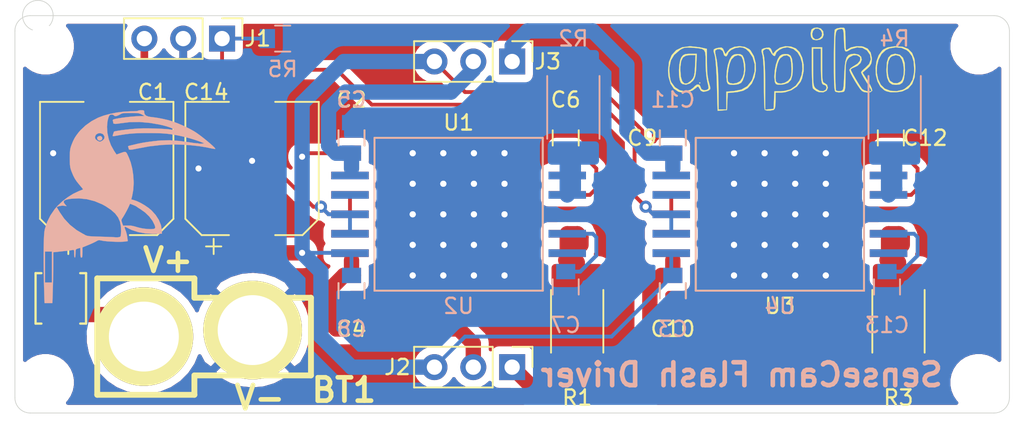
<source format=kicad_pcb>
(kicad_pcb (version 20171130) (host pcbnew 5.1.4-e60b266~84~ubuntu18.04.1)
  (layers (0 F.Cu signal) (31 B.Cu signal) (34 B.Paste user) (35 F.Paste user hide) (36 B.SilkS user) (37 F.SilkS user) (38 B.Mask user) (39 F.Mask user hide) (44 Edge.Cuts user))
  (net 0 "")
  (net 1 GND)
  (net 2 "Net-(BT1-Pad1)")
  (net 3 /VIN)
  (net 4 /LED1)
  (net 5 /LED3)
  (net 6 "Net-(C6-Pad2)")
  (net 7 "Net-(C7-Pad2)")
  (net 8 /LED2)
  (net 9 /LED4)
  (net 10 "Net-(C12-Pad2)")
  (net 11 "Net-(C13-Pad2)")
  (net 12 /LED_EN)
  (net 13 "Net-(R1-Pad1)")
  (net 14 "Net-(R2-Pad1)")
  (net 15 "Net-(R3-Pad1)")
  (net 16 "Net-(R4-Pad1)")
  (net 17 "Net-(U1-Pad10)")
  (net 18 "Net-(U1-Pad4)")
  (net 19 "Net-(U2-Pad10)")
  (net 20 "Net-(U2-Pad4)")
  (net 21 "Net-(U3-Pad10)")
  (net 22 "Net-(U3-Pad4)")
  (net 23 "Net-(U4-Pad10)")
  (net 24 "Net-(U4-Pad4)")
  (module sense_fp:Appiko_LOGO_img (layer B.Cu) (at 107.5 112.5 180)
    (fp_text reference G*** hide)
    (fp_text value Appiko_LOGO_img hide)
  )
  (module sense_fp:Appiko_Logo_2 (layer F.Cu) (at 148.5 103.5)
    (fp_text reference G*** hide)
    (fp_text value Appiko_Logo_2 hide)
  )
  (module sense_fp:CP_Elec_8x10.5 (layer F.Cu) (at 106 110 90)
    (fp_text reference C1 (at 5 3 180) (layer F.SilkS))
    (fp_text value 100uF)
    (pad 2 smd roundrect (at 3.7 0 90) (size 4.4 2.5) (layers F.Cu F.Paste F.Mask) (roundrect_rratio 0.1) (net 1 GND))
    (pad 1 smd roundrect (at -3.7 0 90) (size 4.4 2.5) (layers F.Cu F.Paste F.Mask) (roundrect_rratio 0.1) (net 3 /VIN))
  )
  (module sense_fp:STCS2A_PowerSO-10 (layer B.Cu) (at 150 113)
    (fp_text reference U4 (at 0 6) (layer B.SilkS) (effects (justify mirror)))
    (fp_text value STCS2A)
    (pad 11 smd rect (at 0 0) (size 9 10) (layers F.Cu) (net 1 GND))
    (pad 11 thru_hole circle (at 3 -4) (size 0.75 0.75) (drill 0.4) (layers *.Cu) (net 1 GND))
    (pad 11 thru_hole circle (at 1 -4) (size 0.75 0.75) (drill 0.4) (layers *.Cu) (net 1 GND))
    (pad 11 thru_hole circle (at -1 -4) (size 0.75 0.75) (drill 0.4) (layers *.Cu) (net 1 GND))
    (pad 11 thru_hole circle (at -3 -4) (size 0.75 0.75) (drill 0.4) (layers *.Cu) (net 1 GND))
    (pad 11 thru_hole circle (at 3 -2) (size 0.75 0.75) (drill 0.4) (layers *.Cu) (net 1 GND))
    (pad 11 thru_hole circle (at 1 -2) (size 0.75 0.75) (drill 0.4) (layers *.Cu) (net 1 GND))
    (pad 11 thru_hole circle (at -1 -2) (size 0.75 0.75) (drill 0.4) (layers *.Cu) (net 1 GND))
    (pad 11 thru_hole circle (at -3 -2) (size 0.75 0.75) (drill 0.4) (layers *.Cu) (net 1 GND))
    (pad 11 thru_hole circle (at 3 0) (size 0.75 0.75) (drill 0.4) (layers *.Cu) (net 1 GND))
    (pad 11 thru_hole circle (at 1 0) (size 0.75 0.75) (drill 0.4) (layers *.Cu) (net 1 GND))
    (pad 11 thru_hole circle (at -1 0) (size 0.75 0.75) (drill 0.4) (layers *.Cu) (net 1 GND))
    (pad 11 thru_hole circle (at -3 0) (size 0.75 0.75) (drill 0.4) (layers *.Cu) (net 1 GND))
    (pad 11 thru_hole circle (at 3 2) (size 0.75 0.75) (drill 0.4) (layers *.Cu) (net 1 GND))
    (pad 11 thru_hole circle (at 1 2) (size 0.75 0.75) (drill 0.4) (layers *.Cu) (net 1 GND))
    (pad 11 thru_hole circle (at -1 2) (size 0.75 0.75) (drill 0.4) (layers *.Cu) (net 1 GND))
    (pad 11 thru_hole circle (at -3 2) (size 0.75 0.75) (drill 0.4) (layers *.Cu) (net 1 GND))
    (pad 11 thru_hole circle (at 3 4) (size 0.75 0.75) (drill 0.4) (layers *.Cu) (net 1 GND))
    (pad 11 thru_hole circle (at 1 4) (size 0.75 0.75) (drill 0.4) (layers *.Cu) (net 1 GND))
    (pad 11 thru_hole circle (at -1 4) (size 0.75 0.75) (drill 0.4) (layers *.Cu) (net 1 GND))
    (pad 11 thru_hole circle (at -3 4) (size 0.75 0.75) (drill 0.4) (layers *.Cu) (net 1 GND))
    (pad 11 smd rect (at 0 0) (size 8 10) (layers B.Cu B.Paste B.Mask) (net 1 GND))
    (pad 10 smd rect (at 7.1 2.54) (size 2.45 0.5) (layers B.Cu B.Paste B.Mask) (net 23 "Net-(U4-Pad10)"))
    (pad 9 smd rect (at 7.1 1.27) (size 2.45 0.5) (layers B.Cu B.Paste B.Mask) (net 11 "Net-(C13-Pad2)"))
    (pad 8 smd rect (at 7.1 0) (size 2.45 0.5) (layers B.Cu B.Paste B.Mask) (net 1 GND))
    (pad 7 smd rect (at 7.1 -1.27) (size 2.45 0.5) (layers B.Cu B.Paste B.Mask) (net 16 "Net-(R4-Pad1)"))
    (pad 6 smd rect (at 7.1 -2.54) (size 2.45 0.5) (layers B.Cu B.Paste B.Mask) (net 16 "Net-(R4-Pad1)"))
    (pad 5 smd rect (at -7.1 -2.54) (size 2.45 0.5) (layers B.Cu B.Paste B.Mask) (net 9 /LED4))
    (pad 4 smd rect (at -7.1 -1.27) (size 2.45 0.5) (layers B.Cu B.Paste B.Mask) (net 24 "Net-(U4-Pad4)"))
    (pad 3 smd rect (at -7.1 0) (size 2.45 0.5) (layers B.Cu B.Paste B.Mask) (net 12 /LED_EN))
    (pad 2 smd rect (at -7.1 1.27) (size 2.45 0.5) (layers B.Cu B.Paste B.Mask) (net 12 /LED_EN))
    (pad 1 smd rect (at -7.1 2.54) (size 2.45 0.5) (layers B.Cu B.Paste B.Mask) (net 3 /VIN))
  )
  (module sense_fp:STCS2A_PowerSO-10 (layer F.Cu) (at 150 113)
    (fp_text reference U3 (at 0 6) (layer F.SilkS))
    (fp_text value STCS2A)
    (pad 11 smd rect (at 0 0) (size 9 10) (layers B.Cu) (net 1 GND))
    (pad 11 thru_hole circle (at 3 4) (size 0.75 0.75) (drill 0.4) (layers *.Cu) (net 1 GND))
    (pad 11 thru_hole circle (at 1 4) (size 0.75 0.75) (drill 0.4) (layers *.Cu) (net 1 GND))
    (pad 11 thru_hole circle (at -1 4) (size 0.75 0.75) (drill 0.4) (layers *.Cu) (net 1 GND))
    (pad 11 thru_hole circle (at -3 4) (size 0.75 0.75) (drill 0.4) (layers *.Cu) (net 1 GND))
    (pad 11 thru_hole circle (at 3 2) (size 0.75 0.75) (drill 0.4) (layers *.Cu) (net 1 GND))
    (pad 11 thru_hole circle (at 1 2) (size 0.75 0.75) (drill 0.4) (layers *.Cu) (net 1 GND))
    (pad 11 thru_hole circle (at -1 2) (size 0.75 0.75) (drill 0.4) (layers *.Cu) (net 1 GND))
    (pad 11 thru_hole circle (at -3 2) (size 0.75 0.75) (drill 0.4) (layers *.Cu) (net 1 GND))
    (pad 11 thru_hole circle (at 3 0) (size 0.75 0.75) (drill 0.4) (layers *.Cu) (net 1 GND))
    (pad 11 thru_hole circle (at 1 0) (size 0.75 0.75) (drill 0.4) (layers *.Cu) (net 1 GND))
    (pad 11 thru_hole circle (at -1 0) (size 0.75 0.75) (drill 0.4) (layers *.Cu) (net 1 GND))
    (pad 11 thru_hole circle (at -3 0) (size 0.75 0.75) (drill 0.4) (layers *.Cu) (net 1 GND))
    (pad 11 thru_hole circle (at 3 -2) (size 0.75 0.75) (drill 0.4) (layers *.Cu) (net 1 GND))
    (pad 11 thru_hole circle (at 1 -2) (size 0.75 0.75) (drill 0.4) (layers *.Cu) (net 1 GND))
    (pad 11 thru_hole circle (at -1 -2) (size 0.75 0.75) (drill 0.4) (layers *.Cu) (net 1 GND))
    (pad 11 thru_hole circle (at -3 -2) (size 0.75 0.75) (drill 0.4) (layers *.Cu) (net 1 GND))
    (pad 11 thru_hole circle (at 3 -4) (size 0.75 0.75) (drill 0.4) (layers *.Cu) (net 1 GND))
    (pad 11 thru_hole circle (at 1 -4) (size 0.75 0.75) (drill 0.4) (layers *.Cu) (net 1 GND))
    (pad 11 thru_hole circle (at -1 -4) (size 0.75 0.75) (drill 0.4) (layers *.Cu) (net 1 GND))
    (pad 11 thru_hole circle (at -3 -4) (size 0.75 0.75) (drill 0.4) (layers *.Cu) (net 1 GND))
    (pad 11 smd rect (at 0 0) (size 8 10) (layers F.Cu F.Paste F.Mask) (net 1 GND))
    (pad 10 smd rect (at 7.1 -2.54) (size 2.45 0.5) (layers F.Cu F.Paste F.Mask) (net 21 "Net-(U3-Pad10)"))
    (pad 9 smd rect (at 7.1 -1.27) (size 2.45 0.5) (layers F.Cu F.Paste F.Mask) (net 10 "Net-(C12-Pad2)"))
    (pad 8 smd rect (at 7.1 0) (size 2.45 0.5) (layers F.Cu F.Paste F.Mask) (net 1 GND))
    (pad 7 smd rect (at 7.1 1.27) (size 2.45 0.5) (layers F.Cu F.Paste F.Mask) (net 15 "Net-(R3-Pad1)"))
    (pad 6 smd rect (at 7.1 2.54) (size 2.45 0.5) (layers F.Cu F.Paste F.Mask) (net 15 "Net-(R3-Pad1)"))
    (pad 5 smd rect (at -7.1 2.54) (size 2.45 0.5) (layers F.Cu F.Paste F.Mask) (net 8 /LED2))
    (pad 4 smd rect (at -7.1 1.27) (size 2.45 0.5) (layers F.Cu F.Paste F.Mask) (net 22 "Net-(U3-Pad4)"))
    (pad 3 smd rect (at -7.1 0) (size 2.45 0.5) (layers F.Cu F.Paste F.Mask) (net 12 /LED_EN))
    (pad 2 smd rect (at -7.1 -1.27) (size 2.45 0.5) (layers F.Cu F.Paste F.Mask) (net 12 /LED_EN))
    (pad 1 smd rect (at -7.1 -2.54) (size 2.45 0.5) (layers F.Cu F.Paste F.Mask) (net 3 /VIN))
  )
  (module sense_fp:STCS2A_PowerSO-10 (layer B.Cu) (at 129 113)
    (fp_text reference U2 (at 0 6) (layer B.SilkS) (effects (justify mirror)))
    (fp_text value STCS2A)
    (pad 11 smd rect (at 0 0) (size 9 10) (layers F.Cu) (net 1 GND))
    (pad 11 thru_hole circle (at 3 -4) (size 0.75 0.75) (drill 0.4) (layers *.Cu) (net 1 GND))
    (pad 11 thru_hole circle (at 1 -4) (size 0.75 0.75) (drill 0.4) (layers *.Cu) (net 1 GND))
    (pad 11 thru_hole circle (at -1 -4) (size 0.75 0.75) (drill 0.4) (layers *.Cu) (net 1 GND))
    (pad 11 thru_hole circle (at -3 -4) (size 0.75 0.75) (drill 0.4) (layers *.Cu) (net 1 GND))
    (pad 11 thru_hole circle (at 3 -2) (size 0.75 0.75) (drill 0.4) (layers *.Cu) (net 1 GND))
    (pad 11 thru_hole circle (at 1 -2) (size 0.75 0.75) (drill 0.4) (layers *.Cu) (net 1 GND))
    (pad 11 thru_hole circle (at -1 -2) (size 0.75 0.75) (drill 0.4) (layers *.Cu) (net 1 GND))
    (pad 11 thru_hole circle (at -3 -2) (size 0.75 0.75) (drill 0.4) (layers *.Cu) (net 1 GND))
    (pad 11 thru_hole circle (at 3 0) (size 0.75 0.75) (drill 0.4) (layers *.Cu) (net 1 GND))
    (pad 11 thru_hole circle (at 1 0) (size 0.75 0.75) (drill 0.4) (layers *.Cu) (net 1 GND))
    (pad 11 thru_hole circle (at -1 0) (size 0.75 0.75) (drill 0.4) (layers *.Cu) (net 1 GND))
    (pad 11 thru_hole circle (at -3 0) (size 0.75 0.75) (drill 0.4) (layers *.Cu) (net 1 GND))
    (pad 11 thru_hole circle (at 3 2) (size 0.75 0.75) (drill 0.4) (layers *.Cu) (net 1 GND))
    (pad 11 thru_hole circle (at 1 2) (size 0.75 0.75) (drill 0.4) (layers *.Cu) (net 1 GND))
    (pad 11 thru_hole circle (at -1 2) (size 0.75 0.75) (drill 0.4) (layers *.Cu) (net 1 GND))
    (pad 11 thru_hole circle (at -3 2) (size 0.75 0.75) (drill 0.4) (layers *.Cu) (net 1 GND))
    (pad 11 thru_hole circle (at 3 4) (size 0.75 0.75) (drill 0.4) (layers *.Cu) (net 1 GND))
    (pad 11 thru_hole circle (at 1 4) (size 0.75 0.75) (drill 0.4) (layers *.Cu) (net 1 GND))
    (pad 11 thru_hole circle (at -1 4) (size 0.75 0.75) (drill 0.4) (layers *.Cu) (net 1 GND))
    (pad 11 thru_hole circle (at -3 4) (size 0.75 0.75) (drill 0.4) (layers *.Cu) (net 1 GND))
    (pad 11 smd rect (at 0 0) (size 8 10) (layers B.Cu B.Paste B.Mask) (net 1 GND))
    (pad 10 smd rect (at 7.1 2.54) (size 2.45 0.5) (layers B.Cu B.Paste B.Mask) (net 19 "Net-(U2-Pad10)"))
    (pad 9 smd rect (at 7.1 1.27) (size 2.45 0.5) (layers B.Cu B.Paste B.Mask) (net 7 "Net-(C7-Pad2)"))
    (pad 8 smd rect (at 7.1 0) (size 2.45 0.5) (layers B.Cu B.Paste B.Mask) (net 1 GND))
    (pad 7 smd rect (at 7.1 -1.27) (size 2.45 0.5) (layers B.Cu B.Paste B.Mask) (net 14 "Net-(R2-Pad1)"))
    (pad 6 smd rect (at 7.1 -2.54) (size 2.45 0.5) (layers B.Cu B.Paste B.Mask) (net 14 "Net-(R2-Pad1)"))
    (pad 5 smd rect (at -7.1 -2.54) (size 2.45 0.5) (layers B.Cu B.Paste B.Mask) (net 5 /LED3))
    (pad 4 smd rect (at -7.1 -1.27) (size 2.45 0.5) (layers B.Cu B.Paste B.Mask) (net 20 "Net-(U2-Pad4)"))
    (pad 3 smd rect (at -7.1 0) (size 2.45 0.5) (layers B.Cu B.Paste B.Mask) (net 12 /LED_EN))
    (pad 2 smd rect (at -7.1 1.27) (size 2.45 0.5) (layers B.Cu B.Paste B.Mask) (net 12 /LED_EN))
    (pad 1 smd rect (at -7.1 2.54) (size 2.45 0.5) (layers B.Cu B.Paste B.Mask) (net 3 /VIN))
  )
  (module sense_fp:STCS2A_PowerSO-10 (layer F.Cu) (at 129 113)
    (fp_text reference U1 (at 0 -6) (layer F.SilkS))
    (fp_text value STCS2A)
    (pad 11 smd rect (at 0 0) (size 9 10) (layers B.Cu) (net 1 GND))
    (pad 11 thru_hole circle (at 3 4) (size 0.75 0.75) (drill 0.4) (layers *.Cu) (net 1 GND))
    (pad 11 thru_hole circle (at 1 4) (size 0.75 0.75) (drill 0.4) (layers *.Cu) (net 1 GND))
    (pad 11 thru_hole circle (at -1 4) (size 0.75 0.75) (drill 0.4) (layers *.Cu) (net 1 GND))
    (pad 11 thru_hole circle (at -3 4) (size 0.75 0.75) (drill 0.4) (layers *.Cu) (net 1 GND))
    (pad 11 thru_hole circle (at 3 2) (size 0.75 0.75) (drill 0.4) (layers *.Cu) (net 1 GND))
    (pad 11 thru_hole circle (at 1 2) (size 0.75 0.75) (drill 0.4) (layers *.Cu) (net 1 GND))
    (pad 11 thru_hole circle (at -1 2) (size 0.75 0.75) (drill 0.4) (layers *.Cu) (net 1 GND))
    (pad 11 thru_hole circle (at -3 2) (size 0.75 0.75) (drill 0.4) (layers *.Cu) (net 1 GND))
    (pad 11 thru_hole circle (at 3 0) (size 0.75 0.75) (drill 0.4) (layers *.Cu) (net 1 GND))
    (pad 11 thru_hole circle (at 1 0) (size 0.75 0.75) (drill 0.4) (layers *.Cu) (net 1 GND))
    (pad 11 thru_hole circle (at -1 0) (size 0.75 0.75) (drill 0.4) (layers *.Cu) (net 1 GND))
    (pad 11 thru_hole circle (at -3 0) (size 0.75 0.75) (drill 0.4) (layers *.Cu) (net 1 GND))
    (pad 11 thru_hole circle (at 3 -2) (size 0.75 0.75) (drill 0.4) (layers *.Cu) (net 1 GND))
    (pad 11 thru_hole circle (at 1 -2) (size 0.75 0.75) (drill 0.4) (layers *.Cu) (net 1 GND))
    (pad 11 thru_hole circle (at -1 -2) (size 0.75 0.75) (drill 0.4) (layers *.Cu) (net 1 GND))
    (pad 11 thru_hole circle (at -3 -2) (size 0.75 0.75) (drill 0.4) (layers *.Cu) (net 1 GND))
    (pad 11 thru_hole circle (at 3 -4) (size 0.75 0.75) (drill 0.4) (layers *.Cu) (net 1 GND))
    (pad 11 thru_hole circle (at 1 -4) (size 0.75 0.75) (drill 0.4) (layers *.Cu) (net 1 GND))
    (pad 11 thru_hole circle (at -1 -4) (size 0.75 0.75) (drill 0.4) (layers *.Cu) (net 1 GND))
    (pad 11 thru_hole circle (at -3 -4) (size 0.75 0.75) (drill 0.4) (layers *.Cu) (net 1 GND))
    (pad 11 smd rect (at 0 0) (size 8 10) (layers F.Cu F.Paste F.Mask) (net 1 GND))
    (pad 10 smd rect (at 7.1 -2.54) (size 2.45 0.5) (layers F.Cu F.Paste F.Mask) (net 17 "Net-(U1-Pad10)"))
    (pad 9 smd rect (at 7.1 -1.27) (size 2.45 0.5) (layers F.Cu F.Paste F.Mask) (net 6 "Net-(C6-Pad2)"))
    (pad 8 smd rect (at 7.1 0) (size 2.45 0.5) (layers F.Cu F.Paste F.Mask) (net 1 GND))
    (pad 7 smd rect (at 7.1 1.27) (size 2.45 0.5) (layers F.Cu F.Paste F.Mask) (net 13 "Net-(R1-Pad1)"))
    (pad 6 smd rect (at 7.1 2.54) (size 2.45 0.5) (layers F.Cu F.Paste F.Mask) (net 13 "Net-(R1-Pad1)"))
    (pad 5 smd rect (at -7.1 2.54) (size 2.45 0.5) (layers F.Cu F.Paste F.Mask) (net 4 /LED1))
    (pad 4 smd rect (at -7.1 1.27) (size 2.45 0.5) (layers F.Cu F.Paste F.Mask) (net 18 "Net-(U1-Pad4)"))
    (pad 3 smd rect (at -7.1 0) (size 2.45 0.5) (layers F.Cu F.Paste F.Mask) (net 12 /LED_EN))
    (pad 2 smd rect (at -7.1 -1.27) (size 2.45 0.5) (layers F.Cu F.Paste F.Mask) (net 12 /LED_EN))
    (pad 1 smd rect (at -7.1 -2.54) (size 2.45 0.5) (layers F.Cu F.Paste F.Mask) (net 3 /VIN))
  )
  (module sense_fp:R_2512_6332Metric_Pad1.52x3.35mm_HandSolder (layer B.Cu) (at 157.5 106 90)
    (fp_text reference R4 (at 4.5 0 180) (layer B.SilkS) (effects (justify mirror)))
    (fp_text value 0R033)
    (pad 2 smd roundrect (at 2.9875 0 90) (size 1.525 3.35) (layers B.Cu B.Paste B.Mask) (roundrect_rratio 0.163934) (net 1 GND))
    (pad 1 smd roundrect (at -2.9875 0 90) (size 1.525 3.35) (layers B.Cu B.Paste B.Mask) (roundrect_rratio 0.163934) (net 16 "Net-(R4-Pad1)"))
  )
  (module sense_fp:R_2512_6332Metric_Pad1.52x3.35mm_HandSolder (layer F.Cu) (at 157.75 120 270)
    (fp_text reference R3 (at 5 0 180) (layer F.SilkS))
    (fp_text value 0R033)
    (pad 2 smd roundrect (at 2.9875 0 270) (size 1.525 3.35) (layers F.Cu F.Paste F.Mask) (roundrect_rratio 0.163934) (net 1 GND))
    (pad 1 smd roundrect (at -2.9875 0 270) (size 1.525 3.35) (layers F.Cu F.Paste F.Mask) (roundrect_rratio 0.163934) (net 15 "Net-(R3-Pad1)"))
  )
  (module sense_fp:R_2512_6332Metric_Pad1.52x3.35mm_HandSolder (layer B.Cu) (at 136.5 106 90)
    (fp_text reference R2 (at 4.5 0 180) (layer B.SilkS) (effects (justify mirror)))
    (fp_text value 0R033)
    (pad 2 smd roundrect (at 2.9875 0 90) (size 1.525 3.35) (layers B.Cu B.Paste B.Mask) (roundrect_rratio 0.163934) (net 1 GND))
    (pad 1 smd roundrect (at -2.9875 0 90) (size 1.525 3.35) (layers B.Cu B.Paste B.Mask) (roundrect_rratio 0.163934) (net 14 "Net-(R2-Pad1)"))
  )
  (module sense_fp:R_2512_6332Metric_Pad1.52x3.35mm_HandSolder (layer F.Cu) (at 136.75 120 270)
    (fp_text reference R1 (at 5 0 180) (layer F.SilkS))
    (fp_text value 0R033)
    (pad 2 smd roundrect (at 2.9875 0 270) (size 1.525 3.35) (layers F.Cu F.Paste F.Mask) (roundrect_rratio 0.163934) (net 1 GND))
    (pad 1 smd roundrect (at -2.9875 0 270) (size 1.525 3.35) (layers F.Cu F.Paste F.Mask) (roundrect_rratio 0.163934) (net 13 "Net-(R1-Pad1)"))
  )
  (module sense_fp:PinHeader_1x03_P2.54mm_Vertical (layer F.Cu) (at 132.5 103 270)
    (fp_text reference J3 (at 0 -2.33 180) (layer F.SilkS))
    (fp_text value Conn_01x03)
    (pad 1 thru_hole rect (at 0 0 270) (size 1.7 1.7) (drill 1) (layers *.Cu *.Mask) (net 9 /LED4))
    (pad 2 thru_hole oval (at 0 2.54 270) (size 1.7 1.7) (drill 1) (layers *.Cu *.Mask) (net 5 /LED3))
    (pad 3 thru_hole oval (at 0 5.08 270) (size 1.7 1.7) (drill 1) (layers *.Cu *.Mask) (net 3 /VIN))
  )
  (module sense_fp:PinHeader_1x03_P2.54mm_Vertical (layer F.Cu) (at 132.5 123 270)
    (fp_text reference J2 (at 0 7.5 180) (layer F.SilkS))
    (fp_text value Conn_01x03)
    (pad 3 thru_hole oval (at 0 5.08 270) (size 1.7 1.7) (drill 1) (layers *.Cu *.Mask) (net 3 /VIN))
    (pad 2 thru_hole oval (at 0 2.54 270) (size 1.7 1.7) (drill 1) (layers *.Cu *.Mask) (net 4 /LED1))
    (pad 1 thru_hole rect (at 0 0 270) (size 1.7 1.7) (drill 1) (layers *.Cu *.Mask) (net 8 /LED2))
  )
  (module sense_fp:PinHeader_1x03_P2.54mm_Vertical (layer F.Cu) (at 113.54 101.5 270)
    (fp_text reference J1 (at 0 -2.33 180) (layer F.SilkS))
    (fp_text value Conn_01x03)
    (pad 3 thru_hole oval (at 0 5.08 270) (size 1.7 1.7) (drill 1) (layers *.Cu *.Mask) (net 3 /VIN))
    (pad 2 thru_hole oval (at 0 2.54 270) (size 1.7 1.7) (drill 1) (layers *.Cu *.Mask) (net 1 GND))
    (pad 1 thru_hole rect (at 0 0 270) (size 1.7 1.7) (drill 1) (layers *.Cu *.Mask) (net 12 /LED_EN))
  )
  (module sense_fp:C_0805 (layer B.Cu) (at 157 117.75 90)
    (fp_text reference C13 (at -2.5 0 180) (layer B.SilkS) (effects (justify mirror)))
    (fp_text value 0.1nF)
    (pad 2 smd rect (at 1 0 90) (size 1 1.25) (layers B.Cu B.Paste B.Mask) (net 11 "Net-(C13-Pad2)"))
    (pad 1 smd rect (at -1 0 90) (size 1 1.25) (layers B.Cu B.Paste B.Mask) (net 1 GND))
  )
  (module sense_fp:C_0805 (layer F.Cu) (at 157.25 108 270)
    (fp_text reference C12 (at 0 -2.25 180) (layer F.SilkS))
    (fp_text value 0.1nF)
    (pad 2 smd rect (at 1 0 270) (size 1 1.25) (layers F.Cu F.Paste F.Mask) (net 10 "Net-(C12-Pad2)"))
    (pad 1 smd rect (at -1 0 270) (size 1 1.25) (layers F.Cu F.Paste F.Mask) (net 1 GND))
  )
  (module sense_fp:C_0805 (layer B.Cu) (at 143 108 270)
    (fp_text reference C11 (at -2.5 0 180) (layer B.SilkS) (effects (justify mirror)))
    (fp_text value 0.47uF)
    (pad 2 smd rect (at 1 0 270) (size 1 1.25) (layers B.Cu B.Paste B.Mask) (net 9 /LED4))
    (pad 1 smd rect (at -1 0 270) (size 1 1.25) (layers B.Cu B.Paste B.Mask) (net 1 GND))
  )
  (module sense_fp:C_0805 (layer F.Cu) (at 143 118 270)
    (fp_text reference C10 (at 2.5 0 180) (layer F.SilkS))
    (fp_text value 0.47uF)
    (pad 2 smd rect (at 1 0 270) (size 1 1.25) (layers F.Cu F.Paste F.Mask) (net 1 GND))
    (pad 1 smd rect (at -1 0 270) (size 1 1.25) (layers F.Cu F.Paste F.Mask) (net 8 /LED2))
  )
  (module sense_fp:C_0805 (layer F.Cu) (at 143 108 90)
    (fp_text reference C9 (at 0 -2 180) (layer F.SilkS))
    (fp_text value 100nF)
    (pad 2 smd rect (at 1 0 90) (size 1 1.25) (layers F.Cu F.Paste F.Mask) (net 1 GND))
    (pad 1 smd rect (at -1 0 90) (size 1 1.25) (layers F.Cu F.Paste F.Mask) (net 3 /VIN))
  )
  (module sense_fp:C_0805 (layer B.Cu) (at 122 118 270)
    (fp_text reference C8 (at 2.5 0 180) (layer B.SilkS) (effects (justify mirror)))
    (fp_text value 100nF)
    (pad 2 smd rect (at 1 0 270) (size 1 1.25) (layers B.Cu B.Paste B.Mask) (net 1 GND))
    (pad 1 smd rect (at -1 0 270) (size 1 1.25) (layers B.Cu B.Paste B.Mask) (net 3 /VIN))
  )
  (module sense_fp:C_0805 (layer B.Cu) (at 136 117.75 90)
    (fp_text reference C7 (at -2.5 0 180) (layer B.SilkS) (effects (justify mirror)))
    (fp_text value 0.1nF)
    (pad 2 smd rect (at 1 0 90) (size 1 1.25) (layers B.Cu B.Paste B.Mask) (net 7 "Net-(C7-Pad2)"))
    (pad 1 smd rect (at -1 0 90) (size 1 1.25) (layers B.Cu B.Paste B.Mask) (net 1 GND))
  )
  (module sense_fp:C_0805 (layer F.Cu) (at 136 108 270)
    (fp_text reference C6 (at -2.5 0 180) (layer F.SilkS))
    (fp_text value 0.1nF)
    (pad 2 smd rect (at 1 0 270) (size 1 1.25) (layers F.Cu F.Paste F.Mask) (net 6 "Net-(C6-Pad2)"))
    (pad 1 smd rect (at -1 0 270) (size 1 1.25) (layers F.Cu F.Paste F.Mask) (net 1 GND))
  )
  (module sense_fp:C_0805 (layer B.Cu) (at 122 108 270)
    (fp_text reference C5 (at -2.5 0 180) (layer B.SilkS) (effects (justify mirror)))
    (fp_text value 0.47uF)
    (pad 2 smd rect (at 1 0 270) (size 1 1.25) (layers B.Cu B.Paste B.Mask) (net 5 /LED3))
    (pad 1 smd rect (at -1 0 270) (size 1 1.25) (layers B.Cu B.Paste B.Mask) (net 1 GND))
  )
  (module sense_fp:C_0805 (layer F.Cu) (at 122 118 90)
    (fp_text reference C4 (at -2.5 0 180) (layer F.SilkS))
    (fp_text value 0.47uF)
    (pad 2 smd rect (at 1 0 90) (size 1 1.25) (layers F.Cu F.Paste F.Mask) (net 4 /LED1))
    (pad 1 smd rect (at -1 0 90) (size 1 1.25) (layers F.Cu F.Paste F.Mask) (net 1 GND))
  )
  (module sense_fp:C_0805 (layer B.Cu) (at 143 118 270)
    (fp_text reference C3 (at 2.5 0 180) (layer B.SilkS) (effects (justify mirror)))
    (fp_text value 100nF)
    (pad 2 smd rect (at 1 0 270) (size 1 1.25) (layers B.Cu B.Paste B.Mask) (net 1 GND))
    (pad 1 smd rect (at -1 0 270) (size 1 1.25) (layers B.Cu B.Paste B.Mask) (net 3 /VIN))
  )
  (module sense_fp:C_0805 (layer F.Cu) (at 122 108 90)
    (fp_text reference C2 (at 2.5 0 180) (layer F.SilkS))
    (fp_text value 100nF)
    (pad 2 smd rect (at 1 0 90) (size 1 1.25) (layers F.Cu F.Paste F.Mask) (net 1 GND))
    (pad 1 smd rect (at -1 0 90) (size 1 1.25) (layers F.Cu F.Paste F.Mask) (net 3 /VIN))
  )
  (module sense_fp:DEANS (layer F.Cu) (at 113 121 90)
    (fp_text reference BT1 (at -3.5 8.5 180) (layer F.SilkS) (effects (font (size 1.524 1.524) (thickness 0.3048))))
    (fp_text value "LiPo 2s" hide)
    (fp_text user V+ (at 5 -3 180) (layer F.SilkS) (effects (font (size 1.524 1.524) (thickness 0.3048))))
    (fp_text user V- (at -4 3 180) (layer F.SilkS) (effects (font (size 1.524 1.524) (thickness 0.3048))))
    (pad 2 thru_hole circle (at 0.42418 2.54 90) (size 6.4516 6.4516) (drill 4.572) (layers *.Cu *.Mask F.SilkS) (net 1 GND))
    (pad 1 thru_hole circle (at 0 -4.572 90) (size 6.4516 6.4516) (drill 4.572) (layers *.Cu *.Mask F.SilkS) (net 2 "Net-(BT1-Pad1)"))
  )
  (module sense_fp:MountingHole_2.7mm_M2.5 (layer F.Cu) (at 102 102)
    (fp_text reference MK1 hide)
    (fp_text value Mounting_Hole)
    (pad 1 np_thru_hole circle (at 0 0) (size 2.7 2.7) (drill 2.7) (layers *.Cu *.Mask))
  )
  (module sense_fp:MountingHole_2.7mm_M2.5 (layer F.Cu) (at 102 124 90)
    (fp_text reference MK2 hide)
    (fp_text value Mounting_Hole)
    (pad 1 np_thru_hole circle (at 0 0 90) (size 2.7 2.7) (drill 2.7) (layers *.Cu *.Mask))
  )
  (module sense_fp:MountingHole_2.7mm_M2.5 (layer F.Cu) (at 163 102)
    (fp_text reference MK3 hide)
    (fp_text value Mounting_Hole)
    (pad 1 np_thru_hole circle (at 0 0) (size 2.7 2.7) (drill 2.7) (layers *.Cu *.Mask))
  )
  (module sense_fp:MountingHole_2.7mm_M2.5 (layer F.Cu) (at 163 124)
    (fp_text reference MK4 hide)
    (fp_text value Mounting_Hole)
    (pad 1 np_thru_hole circle (at 0 0) (size 2.7 2.7) (drill 2.7) (layers *.Cu *.Mask))
  )
  (module sense_fp:PowerPAK-1212-8 (layer F.Cu) (at 103 118.5 270)
    (fp_text reference Q1)
    (fp_text value SiSH615ADN)
    (pad 2 smd rect (at 1.55 0.99 270) (size 0.76 0.405) (layers F.Cu F.Paste F.Mask) (net 2 "Net-(BT1-Pad1)"))
    (pad 2 smd rect (at 1.55 0.33 270) (size 0.76 0.405) (layers F.Cu F.Paste F.Mask) (net 2 "Net-(BT1-Pad1)"))
    (pad 2 smd rect (at 1.55 -0.33 270) (size 0.76 0.405) (layers F.Cu F.Paste F.Mask) (net 2 "Net-(BT1-Pad1)"))
    (pad 2 smd rect (at 0.56 0 270) (size 1.725 2.235) (layers F.Cu F.Paste F.Mask) (net 2 "Net-(BT1-Pad1)"))
    (pad 2 smd rect (at 1.55 -0.99 270) (size 0.76 0.405) (layers F.Cu F.Paste F.Mask) (net 2 "Net-(BT1-Pad1)"))
    (pad 1 smd rect (at -1.435 0.99 270) (size 0.99 0.405) (layers F.Cu F.Paste F.Mask) (net 1 GND))
    (pad 3 smd rect (at -1.435 0.33 270) (size 0.99 0.405) (layers F.Cu F.Paste F.Mask) (net 3 /VIN))
    (pad 3 smd rect (at -1.435 -0.33 270) (size 0.99 0.405) (layers F.Cu F.Paste F.Mask) (net 3 /VIN))
    (pad 3 smd rect (at -1.435 -0.99 270) (size 0.99 0.405) (layers F.Cu F.Paste F.Mask) (net 3 /VIN))
  )
  (module sense_fp:CP_Elec_8x10.5 (layer F.Cu) (at 115.5 110 90)
    (fp_text reference C14 (at 5 -3 180) (layer F.SilkS))
    (fp_text value 100uF)
    (pad 1 smd roundrect (at -3.7 0 90) (size 4.4 2.5) (layers F.Cu F.Paste F.Mask) (roundrect_rratio 0.1) (net 3 /VIN))
    (pad 2 smd roundrect (at 3.7 0 90) (size 4.4 2.5) (layers F.Cu F.Paste F.Mask) (roundrect_rratio 0.1) (net 1 GND))
  )
  (module sense_fp:C_0805 (layer B.Cu) (at 117.5 101.5)
    (fp_text reference R5 (at 0 2) (layer B.SilkS) (effects (justify mirror)))
    (fp_text value 10k)
    (pad 1 smd rect (at -1 0) (size 1 1.25) (layers B.Cu B.Paste B.Mask) (net 12 /LED_EN))
    (pad 2 smd rect (at 1 0) (size 1 1.25) (layers B.Cu B.Paste B.Mask) (net 1 GND))
  )
  (gr_text "SenseCam Flash Driver" (at 147.5 123.5) (layer B.SilkS) (effects (font (size 1.5 1.5) (thickness 0.3)) (justify mirror)))
  (gr_line (start 101 126) (end 164 126) (layer Edge.Cuts) (width 0.05))
  (gr_line (start 100 101) (end 100 125) (layer Edge.Cuts) (width 0.05))
  (gr_line (start 164 100) (end 101 100) (layer Edge.Cuts) (width 0.05))
  (gr_line (start 165 125) (end 165 101) (layer Edge.Cuts) (width 0.05))
  (gr_arc (start 164 101) (end 165 101) (angle -90) (layer Edge.Cuts) (width 0.05))
  (gr_arc (start 164 125) (end 164 126) (angle -90) (layer Edge.Cuts) (width 0.05))
  (gr_arc (start 101 125) (end 100 125) (angle -90) (layer Edge.Cuts) (width 0.05))
  (gr_arc (start 101 101) (end 101 100) (angle -90) (layer Edge.Cuts) (width 0.05))
  (gr_arc (start 101.5 100) (end 100.5 100) (angle 0) (layer Edge.Cuts) (width 0.05))
  (via (at 112 110) (size 0.8) (drill 0.4) (layers F.Cu B.Cu) (net 1))
  (via (at 115.5 109.5) (size 0.8) (drill 0.4) (layers F.Cu B.Cu) (net 1))
  (segment (start 115.5 106.8) (end 115.5 109.5) (width 0.25) (layer F.Cu) (net 1))
  (via (at 102.5 109) (size 0.8) (drill 0.4) (layers F.Cu B.Cu) (net 1))
  (segment (start 106.988 119.56) (end 108.428 121) (width 1) (layer F.Cu) (net 2))
  (segment (start 102.5 119.56) (end 106.988 119.56) (width 1) (layer F.Cu) (net 2))
  (segment (start 103.49 116.71) (end 106 114.2) (width 1) (layer F.Cu) (net 3))
  (segment (start 116.82071 115.52071) (end 115.5 114.2) (width 1) (layer F.Cu) (net 3))
  (segment (start 118.77071 115.52071) (end 116.82071 115.52071) (width 1) (layer F.Cu) (net 3))
  (via (at 118.77071 115.52071) (size 0.8) (drill 0.4) (layers F.Cu B.Cu) (net 3))
  (segment (start 102.67 117.065) (end 103.33 117.065) (width 0.5) (layer F.Cu) (net 3))
  (segment (start 103.33 117.065) (end 103.99 117.065) (width 0.5) (layer F.Cu) (net 3))
  (segment (start 108.46 113.96) (end 108.7 114.2) (width 0.25) (layer F.Cu) (net 3))
  (segment (start 108.46 101.5) (end 108.46 113.96) (width 0.5) (layer F.Cu) (net 3))
  (segment (start 106 114.2) (end 108.7 114.2) (width 1) (layer F.Cu) (net 3))
  (segment (start 108.7 114.2) (end 115.5 114.2) (width 1) (layer F.Cu) (net 3))
  (segment (start 121.9 109.1) (end 122 109) (width 0.25) (layer F.Cu) (net 3))
  (segment (start 121.9 110.46) (end 121.9 109.1) (width 0.25) (layer F.Cu) (net 3))
  (segment (start 119 109) (end 118.77071 109.22929) (width 0.25) (layer F.Cu) (net 3))
  (via (at 118.77071 109.22929) (size 0.8) (drill 0.4) (layers F.Cu B.Cu) (net 3))
  (segment (start 122 109) (end 119 109) (width 0.25) (layer F.Cu) (net 3))
  (segment (start 118.77071 115.52071) (end 118.77071 109.22929) (width 1) (layer B.Cu) (net 3))
  (segment (start 143 110.36) (end 142.9 110.46) (width 0.25) (layer F.Cu) (net 3))
  (segment (start 143 109) (end 143 110.36) (width 0.25) (layer F.Cu) (net 3))
  (segment (start 122 115.64) (end 121.9 115.54) (width 0.25) (layer B.Cu) (net 3))
  (segment (start 122 117) (end 122 115.64) (width 0.25) (layer B.Cu) (net 3))
  (segment (start 121.88071 115.52071) (end 121.9 115.54) (width 0.25) (layer B.Cu) (net 3))
  (segment (start 118.77071 115.52071) (end 121.88071 115.52071) (width 0.25) (layer B.Cu) (net 3))
  (segment (start 142.9 116.9) (end 143 117) (width 0.25) (layer B.Cu) (net 3))
  (segment (start 142.9 115.54) (end 142.9 116.9) (width 0.25) (layer B.Cu) (net 3))
  (segment (start 127.42 123) (end 129.42 121) (width 0.25) (layer B.Cu) (net 3))
  (segment (start 129.42 121) (end 139 121) (width 0.25) (layer B.Cu) (net 3))
  (segment (start 139 121) (end 141 119) (width 0.25) (layer B.Cu) (net 3))
  (segment (start 141 119) (end 143 117) (width 0.25) (layer B.Cu) (net 3))
  (segment (start 141.5 109) (end 141 108.5) (width 0.25) (layer F.Cu) (net 3))
  (segment (start 143 109) (end 141.5 109) (width 0.25) (layer F.Cu) (net 3))
  (segment (start 141 108.5) (end 141 107.5) (width 0.25) (layer F.Cu) (net 3))
  (segment (start 141 107.5) (end 138.5 105) (width 0.25) (layer F.Cu) (net 3))
  (segment (start 122 123) (end 127.42 123) (width 1) (layer B.Cu) (net 3))
  (segment (start 120 121) (end 122 123) (width 1) (layer B.Cu) (net 3))
  (segment (start 118.77071 115.52071) (end 120 116.75) (width 1) (layer B.Cu) (net 3))
  (segment (start 120 116.75) (end 120 121) (width 1) (layer B.Cu) (net 3))
  (segment (start 121.5 103) (end 127.42 103) (width 1) (layer B.Cu) (net 3))
  (segment (start 118.77071 109.22929) (end 118.77071 105.72929) (width 1) (layer B.Cu) (net 3))
  (segment (start 118.77071 105.72929) (end 121.5 103) (width 1) (layer B.Cu) (net 3))
  (segment (start 129.42 105) (end 138.5 105) (width 0.25) (layer F.Cu) (net 3))
  (segment (start 127.42 103) (end 129.42 105) (width 0.25) (layer F.Cu) (net 3))
  (segment (start 122.125 117) (end 122 117) (width 1) (layer F.Cu) (net 4))
  (segment (start 122 117) (end 122 116) (width 1) (layer F.Cu) (net 4))
  (segment (start 121.5 117) (end 120.674999 117.825001) (width 1) (layer F.Cu) (net 4))
  (segment (start 129.96 121.46) (end 129.96 123) (width 1) (layer F.Cu) (net 4))
  (segment (start 122 117) (end 121.5 117) (width 1) (layer F.Cu) (net 4))
  (segment (start 121 120.5) (end 129 120.5) (width 1) (layer F.Cu) (net 4))
  (segment (start 129 120.5) (end 129.96 121.46) (width 1) (layer F.Cu) (net 4))
  (segment (start 120.674999 117.825001) (end 120.674999 120.174999) (width 1) (layer F.Cu) (net 4))
  (segment (start 120.674999 120.174999) (end 121 120.5) (width 1) (layer F.Cu) (net 4))
  (segment (start 121.9 109.1) (end 122 109) (width 1) (layer B.Cu) (net 5))
  (segment (start 122 109) (end 122.125 109) (width 1) (layer B.Cu) (net 5))
  (segment (start 122 109) (end 122 110) (width 1) (layer B.Cu) (net 5))
  (segment (start 122 109) (end 121 109) (width 1) (layer B.Cu) (net 5))
  (segment (start 121 109) (end 120.5 108.5) (width 1) (layer B.Cu) (net 5))
  (segment (start 120.5 108.5) (end 120.5 106.114998) (width 1) (layer B.Cu) (net 5))
  (segment (start 129.96 103) (end 129.96 103.54) (width 1) (layer B.Cu) (net 5))
  (segment (start 129.96 103.54) (end 128.5 105) (width 1) (layer B.Cu) (net 5))
  (segment (start 121.614998 105) (end 128.5 105) (width 1) (layer B.Cu) (net 5))
  (segment (start 120.5 106.114998) (end 121.614998 105) (width 1) (layer B.Cu) (net 5))
  (segment (start 137.575 111.73) (end 138 111.305) (width 0.25) (layer F.Cu) (net 6))
  (segment (start 136.1 111.73) (end 137.575 111.73) (width 0.25) (layer F.Cu) (net 6))
  (segment (start 138 111.305) (end 138 110) (width 0.25) (layer F.Cu) (net 6))
  (segment (start 137 109) (end 136 109) (width 0.25) (layer F.Cu) (net 6))
  (segment (start 138 110) (end 137 109) (width 0.25) (layer F.Cu) (net 6))
  (segment (start 136 109) (end 136.5 109) (width 0.25) (layer F.Cu) (net 6))
  (segment (start 136.1 114.27) (end 137.77 114.27) (width 0.25) (layer B.Cu) (net 7))
  (segment (start 137.77 114.27) (end 138 114.5) (width 0.25) (layer B.Cu) (net 7))
  (segment (start 136.875 116.75) (end 136 116.75) (width 0.25) (layer B.Cu) (net 7))
  (segment (start 136.950002 116.75) (end 136.875 116.75) (width 0.25) (layer B.Cu) (net 7))
  (segment (start 138 115.700002) (end 136.950002 116.75) (width 0.25) (layer B.Cu) (net 7))
  (segment (start 138 114.5) (end 138 115.700002) (width 0.25) (layer B.Cu) (net 7))
  (segment (start 142.25 117) (end 143 117) (width 1) (layer F.Cu) (net 8))
  (segment (start 141 124.75) (end 141.5 124.25) (width 1) (layer F.Cu) (net 8))
  (segment (start 141.5 117.75) (end 142.25 117) (width 1) (layer F.Cu) (net 8))
  (segment (start 132.5 123) (end 134.25 124.75) (width 1) (layer F.Cu) (net 8))
  (segment (start 141.5 124.25) (end 141.5 117.75) (width 1) (layer F.Cu) (net 8))
  (segment (start 134.25 124.75) (end 141 124.75) (width 1) (layer F.Cu) (net 8))
  (segment (start 143 117) (end 143 116) (width 1) (layer F.Cu) (net 8))
  (segment (start 143 109) (end 143 110) (width 1) (layer B.Cu) (net 9))
  (segment (start 132.5 102) (end 132.5 103) (width 1) (layer B.Cu) (net 9))
  (segment (start 133.5 101) (end 132.5 102) (width 1) (layer B.Cu) (net 9))
  (segment (start 137.76852 101) (end 133.5 101) (width 1) (layer B.Cu) (net 9))
  (segment (start 141.375 109) (end 141 108.625) (width 1) (layer B.Cu) (net 9))
  (segment (start 141 108.625) (end 141 108.5) (width 1) (layer B.Cu) (net 9))
  (segment (start 140 107.5) (end 140 103.23148) (width 1) (layer B.Cu) (net 9))
  (segment (start 143 109) (end 141.375 109) (width 1) (layer B.Cu) (net 9))
  (segment (start 141 108.5) (end 140 107.5) (width 1) (layer B.Cu) (net 9))
  (segment (start 140 103.23148) (end 137.76852 101) (width 1) (layer B.Cu) (net 9))
  (segment (start 159 110) (end 159 111.305) (width 0.25) (layer F.Cu) (net 10))
  (segment (start 157.25 109) (end 158 109) (width 0.25) (layer F.Cu) (net 10))
  (segment (start 158.575 111.73) (end 157.1 111.73) (width 0.25) (layer F.Cu) (net 10))
  (segment (start 159 111.305) (end 158.575 111.73) (width 0.25) (layer F.Cu) (net 10))
  (segment (start 158 109) (end 159 110) (width 0.25) (layer F.Cu) (net 10))
  (segment (start 157.1 114.27) (end 158.77 114.27) (width 0.25) (layer B.Cu) (net 11))
  (segment (start 158.77 114.27) (end 159 114.5) (width 0.25) (layer B.Cu) (net 11))
  (segment (start 157.950002 116.75) (end 157.875 116.75) (width 0.25) (layer B.Cu) (net 11))
  (segment (start 159 115.700002) (end 157.950002 116.75) (width 0.25) (layer B.Cu) (net 11))
  (segment (start 157.875 116.75) (end 157 116.75) (width 0.25) (layer B.Cu) (net 11))
  (segment (start 159 114.5) (end 159 115.700002) (width 0.25) (layer B.Cu) (net 11))
  (segment (start 121.9 113) (end 121.9 111.73) (width 0.25) (layer F.Cu) (net 12))
  (segment (start 142.9 113) (end 142.9 111.73) (width 0.25) (layer F.Cu) (net 12))
  (segment (start 121.9 114.27) (end 121.9 113) (width 0.25) (layer B.Cu) (net 12))
  (segment (start 142.9 114.27) (end 142.9 113) (width 0.25) (layer B.Cu) (net 12))
  (via (at 120 112.5) (size 0.8) (drill 0.4) (layers F.Cu B.Cu) (net 12))
  (segment (start 120 112.5) (end 120.5 113) (width 0.25) (layer B.Cu) (net 12))
  (segment (start 120.5 113) (end 121.9 113) (width 0.25) (layer B.Cu) (net 12))
  (segment (start 120.5 113) (end 120 112.5) (width 0.25) (layer F.Cu) (net 12))
  (segment (start 121.9 113) (end 120.5 113) (width 0.25) (layer F.Cu) (net 12))
  (segment (start 119.5 112.5) (end 120 112.5) (width 0.25) (layer F.Cu) (net 12))
  (segment (start 117.5 110.5) (end 119.5 112.5) (width 0.25) (layer F.Cu) (net 12))
  (segment (start 114.5 110.5) (end 117.5 110.5) (width 0.25) (layer F.Cu) (net 12))
  (segment (start 113.54 109.54) (end 114.5 110.5) (width 0.25) (layer F.Cu) (net 12))
  (segment (start 113.54 101.5) (end 113.54 103.54) (width 0.25) (layer F.Cu) (net 12))
  (segment (start 113.54 103.54) (end 113.54 109.54) (width 0.25) (layer F.Cu) (net 12))
  (via (at 141.225002 112.5) (size 0.8) (drill 0.4) (layers F.Cu B.Cu) (net 12))
  (segment (start 141.725002 113) (end 141.225002 112.5) (width 0.25) (layer B.Cu) (net 12))
  (segment (start 142.9 113) (end 141.725002 113) (width 0.25) (layer B.Cu) (net 12))
  (segment (start 141.725002 113) (end 141.225002 112.5) (width 0.25) (layer F.Cu) (net 12))
  (segment (start 142.9 113) (end 141.725002 113) (width 0.25) (layer F.Cu) (net 12))
  (segment (start 116.5 101.5) (end 113.54 101.5) (width 0.25) (layer B.Cu) (net 12))
  (segment (start 123.325011 105.825011) (end 121.04 103.54) (width 0.25) (layer F.Cu) (net 12))
  (segment (start 121.04 103.54) (end 113.54 103.54) (width 0.25) (layer F.Cu) (net 12))
  (segment (start 138.325011 105.825011) (end 123.325011 105.825011) (width 0.25) (layer F.Cu) (net 12))
  (segment (start 140.5 108) (end 138.325011 105.825011) (width 0.25) (layer F.Cu) (net 12))
  (segment (start 140.5 111.774998) (end 140.5 108) (width 0.25) (layer F.Cu) (net 12))
  (segment (start 141.225002 112.5) (end 140.5 111.774998) (width 0.25) (layer F.Cu) (net 12))
  (segment (start 136.75 116.15) (end 136.6 116) (width 1) (layer F.Cu) (net 13))
  (segment (start 136.75 117.0125) (end 136.75 116.15) (width 1) (layer F.Cu) (net 13))
  (segment (start 136.6 116) (end 136 116) (width 1) (layer F.Cu) (net 13))
  (segment (start 136.1 115.54) (end 136.1 115.4) (width 1) (layer F.Cu) (net 13))
  (segment (start 136.1 114.27) (end 136.1 115.4) (width 1) (layer F.Cu) (net 13))
  (segment (start 136.1 114.27) (end 136.77 114.27) (width 1) (layer F.Cu) (net 13))
  (segment (start 136.77 114.27) (end 137 114.5) (width 1) (layer F.Cu) (net 13))
  (segment (start 137 114.5) (end 137 115) (width 1) (layer F.Cu) (net 13))
  (segment (start 136.1 110.46) (end 136.1 111.73) (width 1) (layer B.Cu) (net 14))
  (segment (start 136.1 109.3875) (end 136.5 108.9875) (width 1) (layer B.Cu) (net 14))
  (segment (start 136.1 110.46) (end 136.1 109.3875) (width 1) (layer B.Cu) (net 14))
  (segment (start 136.5 111.33) (end 136.1 111.73) (width 1) (layer B.Cu) (net 14))
  (segment (start 136.5 108.9875) (end 136.5 111.33) (width 1) (layer B.Cu) (net 14))
  (segment (start 157.75 116.15) (end 157.6 116) (width 1) (layer F.Cu) (net 15))
  (segment (start 157.75 117.0125) (end 157.75 116.15) (width 1) (layer F.Cu) (net 15))
  (segment (start 157.6 116) (end 157 116) (width 1) (layer F.Cu) (net 15))
  (segment (start 157.1 115.54) (end 157.1 114.27) (width 1) (layer F.Cu) (net 15))
  (segment (start 157.1 114.27) (end 157.77 114.27) (width 1) (layer F.Cu) (net 15))
  (segment (start 157.77 114.27) (end 158 114.5) (width 1) (layer F.Cu) (net 15))
  (segment (start 158 114.5) (end 158 115) (width 1) (layer F.Cu) (net 15))
  (segment (start 157.1 111.73) (end 157.1 110.46) (width 1) (layer B.Cu) (net 16))
  (segment (start 157.1 109.3875) (end 157.5 108.9875) (width 1) (layer B.Cu) (net 16))
  (segment (start 157.1 110.46) (end 157.1 109.3875) (width 1) (layer B.Cu) (net 16))
  (segment (start 157.5 111.33) (end 157.1 111.73) (width 1) (layer B.Cu) (net 16))
  (segment (start 157.5 108.9875) (end 157.5 111.33) (width 1) (layer B.Cu) (net 16))
  (zone (net 1) (net_name GND) (layer F.Cu) (connect_pads thru_hole_only (clearance 0.508)) (min_thickness 0.254) (fill yes (arc_segments 32) (thermal_gap 0.508) (thermal_bridge_width 0.508) (smoothing chamfer) (radius 1))
    (polygon (pts (xy 100.5 100.5) (xy 164.5 100.5) (xy 164.5 125.5) (xy 100.5 125.5)))
  )
  (zone (net 1) (net_name GND) (layer B.Cu) (connect_pads thru_hole_only (clearance 0.508)) (min_thickness 0.254) (fill yes (arc_segments 32) (thermal_gap 0.508) (thermal_bridge_width 0.508) (smoothing chamfer) (radius 1))
    (polygon (pts (xy 100.5 100.5) (xy 164.5 100.5) (xy 164.5 125.5) (xy 100.5 125.5)))
  )
)
</source>
